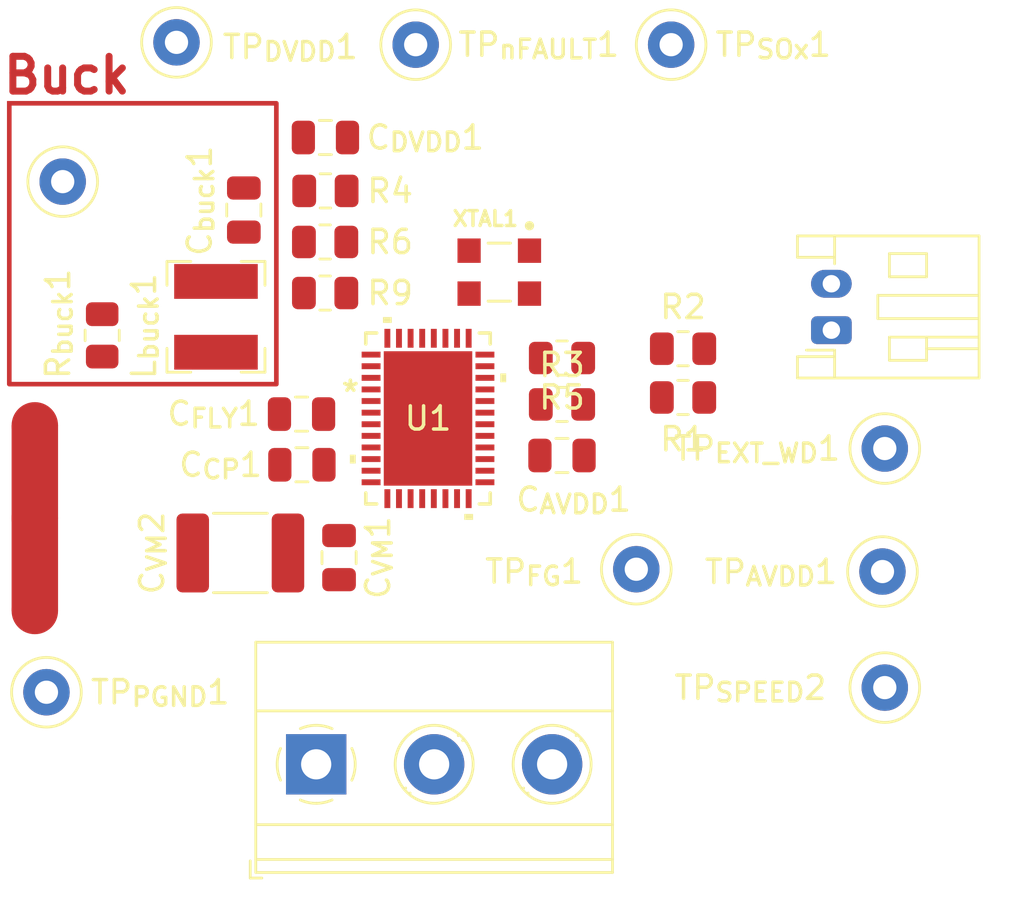
<source format=kicad_pcb>
(kicad_pcb (version 20221018) (generator pcbnew)
  (layers (0 "F.Cu" signal) (31 "B.Cu" signal) (34 "B.Paste" user) (35 "F.Paste" user) (36 "B.SilkS" user "B.Silkscreen") (37 "F.SilkS" user "F.Silkscreen") (38 "B.Mask" user) (39 "F.Mask" user) (44 "Edge.Cuts" user))
  (net 0 "")
  (net 1 "Net-(C_{AVDD}1-Pad1)")
  (net 2 "/AV_{DD}")
  (net 3 "/Buck/FB_{buck}")
  (net 4 "/Buck/GND_{buck}")
  (net 5 "Net-(U1-CP)")
  (net 6 "VCC")
  (net 7 "GNDA")
  (net 8 "Net-(U1-DVDD)")
  (net 9 "Net-(U1-CPL)")
  (net 10 "Net-(U1-CPH)")
  (net 11 "Net-(J1-Pin_1)")
  (net 12 "Net-(J1-Pin_2)")
  (net 13 "Net-(J1-Pin_3)")
  (net 14 "Net-(J2-Pin_1)")
  (net 15 "Net-(J2-Pin_2)")
  (net 16 "/Buck/SW_{buck}")
  (net 17 "Net-(NT1-Pad1)")
  (net 18 "Net-(U1-nFAULT)")
  (net 19 "Net-(U1-SOX)")
  (net 20 "Net-(U1-FG)")
  (net 21 "Net-(R6-Pad1)")
  (net 22 "Net-(U1-BRAKE)")
  (net 23 "Net-(U1-DIR)")
  (net 24 "Net-(U1-EXT_WD)")
  (net 25 "Net-(U1-SPEED{slash}WAKE)")
  (net 26 "Net-(U1-PGND-Pad12)")
  (net 31 "/TCXO/CLKOUT")
  (net 35 "Net-(U1-Thermal_pad)")
  (net 36 "/TCXO/GND")
  (net 37 "Net-(NT1-Pad3)")
  (footprint "Resistor_SMD:R_0805_2012Metric" (layer "F.Cu") (at 148.6 92.4)
    (fp_text reference "R6" (at 2.8 0) (layer "F.SilkS"))
    (fp_text value "10K")
    (fp_line (start -0.227064 -0.735) (end 0.227064 -0.735) (stroke (width 0.12)) (layer "F.SilkS"))
    (fp_line (start -0.227064 0.735) (end 0.227064 0.735) (stroke (width 0.12)) (layer "F.SilkS"))
    (pad "1" smd roundrect (at -0.9125 0) (size 1.025 1.4) (layers "F.Cu" "F.Paste" "F.Mask") (roundrect_rratio 0.243902) (net 21 "Net-(R6-Pad1)"))
    (pad "2" smd roundrect (at 0.9125 0) (size 1.025 1.4) (layers "F.Cu" "F.Paste" "F.Mask") (roundrect_rratio 0.243902) (net 22 "Net-(U1-BRAKE)"))
  )
  (footprint "Capacitor_SMD:C_0805_2012Metric" (layer "F.Cu") (at 147.6 102 180)
    (fp_text reference "C_{CP}1" (at 3.5 0) (layer "F.SilkS"))
    (fp_text value "1uF")
    (fp_line (start -0.261252 -0.735) (end 0.261252 -0.735) (stroke (width 0.12)) (layer "F.SilkS"))
    (fp_line (start -0.261252 0.735) (end 0.261252 0.735) (stroke (width 0.12)) (layer "F.SilkS"))
    (pad "1" smd roundrect (at -0.95 0 180) (size 1 1.45) (layers "F.Cu" "F.Paste" "F.Mask") (net 5 "Net-(U1-CP)"))
    (pad "2" smd roundrect (at 0.95 0 180) (size 1 1.45) (layers "F.Cu" "F.Paste" "F.Mask") (net 6 "VCC"))
  )
  (footprint "TerminalBlock_Phoenix:TerminalBlock_Phoenix_MKDS-1,5-3-5.08_1x03_P5.08mm_Horizontal" (layer "F.Cu") (at 148.215 114.905)
    (fp_text reference "J1" hide)
    (fp_text value "Conn_01x03")
    (fp_line (start -2.84 4.16) (end -2.84 4.9) (stroke (width 0.12)) (layer "F.SilkS"))
    (fp_line (start -2.84 4.9) (end -2.34 4.9) (stroke (width 0.12)) (layer "F.SilkS"))
    (fp_line (start -2.6 -5.261) (end -2.6 4.66) (stroke (width 0.12)) (layer "F.SilkS"))
    (fp_line (start -2.6 -5.261) (end 12.76 -5.261) (stroke (width 0.12)) (layer "F.SilkS"))
    (fp_line (start -2.6 -2.301) (end 12.76 -2.301) (stroke (width 0.12)) (layer "F.SilkS"))
    (fp_line (start -2.6 2.6) (end 12.76 2.6) (stroke (width 0.12)) (layer "F.SilkS"))
    (fp_line (start -2.6 4.1) (end 12.76 4.1) (stroke (width 0.12)) (layer "F.SilkS"))
    (fp_line (start -2.6 4.66) (end 12.76 4.66) (stroke (width 0.12)) (layer "F.SilkS"))
    (fp_line (start 3.853 1.023) (end 3.806 1.069) (stroke (width 0.12)) (layer "F.SilkS"))
    (fp_line (start 4.046 1.239) (end 4.011 1.274) (stroke (width 0.12)) (layer "F.SilkS"))
    (fp_line (start 6.15 -1.275) (end 6.115 -1.239) (stroke (width 0.12)) (layer "F.SilkS"))
    (fp_line (start 6.355 -1.069) (end 6.308 -1.023) (stroke (width 0.12)) (layer "F.SilkS"))
    (fp_line (start 8.933 1.023) (end 8.886 1.069) (stroke (width 0.12)) (layer "F.SilkS"))
    (fp_line (start 9.126 1.239) (end 9.091 1.274) (stroke (width 0.12)) (layer "F.SilkS"))
    (fp_line (start 11.23 -1.275) (end 11.195 -1.239) (stroke (width 0.12)) (layer "F.SilkS"))
    (fp_line (start 11.435 -1.069) (end 11.388 -1.023) (stroke (width 0.12)) (layer "F.SilkS"))
    (fp_line (start 12.76 -5.261) (end 12.76 4.66) (stroke (width 0.12)) (layer "F.SilkS"))
    (fp_arc (start -1.535427 0.683042) (mid -1.680501 -0.000524) (end -1.535 -0.684) (stroke (width 0.12)) (layer "F.SilkS"))
    (fp_arc (start -0.683042 -1.535427) (mid 0.000524 -1.680501) (end 0.684 -1.535) (stroke (width 0.12)) (layer "F.SilkS"))
    (fp_arc (start 0.028805 1.680253) (mid -0.335551 1.646659) (end -0.684 1.535) (stroke (width 0.12)) (layer "F.SilkS"))
    (fp_arc (start 0.683318 1.534756) (mid 0.349292 1.643288) (end 0 1.68) (stroke (width 0.12)) (layer "F.SilkS"))
    (fp_arc (start 1.535427 -0.683042) (mid 1.680501 0.000524) (end 1.535 0.684) (stroke (width 0.12)) (layer "F.SilkS"))
    (fp_circle (center 5.08 0) (end 6.76 0) (stroke (width 0.12)) (fill none) (layer "F.SilkS"))
    (fp_circle (center 10.16 0) (end 11.84 0) (stroke (width 0.12)) (fill none) (layer "F.SilkS"))
    (pad "1" thru_hole rect (at 0 0) (size 2.6 2.6) (drill 1.3) (layers "*.Cu" "*.Mask") (net 11 "Net-(J1-Pin_1)"))
    (pad "2" thru_hole circle (at 5.08 0) (size 2.6 2.6) (drill 1.3) (layers "*.Cu" "*.Mask") (net 12 "Net-(J1-Pin_2)"))
    (pad "3" thru_hole circle (at 10.16 0) (size 2.6 2.6) (drill 1.3) (layers "*.Cu" "*.Mask") (net 13 "Net-(J1-Pin_3)"))
  )
  (footprint "Connector_JST:JST_PH_S2B-PH-K_1x02_P2.00mm_Horizontal" (layer "F.Cu") (at 170.4 96.2 90)
    (fp_text reference "J2" hide)
    (fp_text value "STEMMA QT")
    (fp_line (start -2.06 -1.46) (end -2.06 6.36) (stroke (width 0.12)) (layer "F.SilkS"))
    (fp_line (start -2.06 0.14) (end -1.14 0.14) (stroke (width 0.12)) (layer "F.SilkS"))
    (fp_line (start -2.06 6.36) (end 4.06 6.36) (stroke (width 0.12)) (layer "F.SilkS"))
    (fp_line (start -1.3 2.5) (end -1.3 4.1) (stroke (width 0.12)) (layer "F.SilkS"))
    (fp_line (start -1.3 4.1) (end -0.3 4.1) (stroke (width 0.12)) (layer "F.SilkS"))
    (fp_line (start -1.14 -1.46) (end -2.06 -1.46) (stroke (width 0.12)) (layer "F.SilkS"))
    (fp_line (start -1.14 0.14) (end -1.14 -1.46) (stroke (width 0.12)) (layer "F.SilkS"))
    (fp_line (start -0.86 0.14) (end -1.14 0.14) (stroke (width 0.12)) (layer "F.SilkS"))
    (fp_line (start -0.86 0.14) (end -0.86 -1.075) (stroke (width 0.12)) (layer "F.SilkS"))
    (fp_line (start -0.8 4.1) (end -0.8 6.36) (stroke (width 0.12)) (layer "F.SilkS"))
    (fp_line (start -0.3 2.5) (end -1.3 2.5) (stroke (width 0.12)) (layer "F.SilkS"))
    (fp_line (start -0.3 4.1) (end -0.3 2.5) (stroke (width 0.12)) (layer "F.SilkS"))
    (fp_line (start -0.3 4.1) (end -0.3 6.36) (stroke (width 0.12)) (layer "F.SilkS"))
    (fp_line (start 0.5 2) (end 1.5 2) (stroke (width 0.12)) (layer "F.SilkS"))
    (fp_line (start 0.5 6.36) (end 0.5 2) (stroke (width 0.12)) (layer "F.SilkS"))
    (fp_line (start 1.5 2) (end 1.5 6.36) (stroke (width 0.12)) (layer "F.SilkS"))
    (fp_line (start 2.3 2.5) (end 3.3 2.5) (stroke (width 0.12)) (layer "F.SilkS"))
    (fp_line (start 2.3 4.1) (end 2.3 2.5) (stroke (width 0.12)) (layer "F.SilkS"))
    (fp_line (start 3.14 -1.46) (end 3.14 0.14) (stroke (width 0.12)) (layer "F.SilkS"))
    (fp_line (start 3.14 0.14) (end 2.86 0.14) (stroke (width 0.12)) (layer "F.SilkS"))
    (fp_line (start 3.3 2.5) (end 3.3 4.1) (stroke (width 0.12)) (layer "F.SilkS"))
    (fp_line (start 3.3 4.1) (end 2.3 4.1) (stroke (width 0.12)) (layer "F.SilkS"))
    (fp_line (start 4.06 -1.46) (end 3.14 -1.46) (stroke (width 0.12)) (layer "F.SilkS"))
    (fp_line (start 4.06 0.14) (end 3.14 0.14) (stroke (width 0.12)) (layer "F.SilkS"))
    (fp_line (start 4.06 6.36) (end 4.06 -1.46) (stroke (width 0.12)) (layer "F.SilkS"))
    (pad "1" thru_hole roundrect (at 0 0 90) (size 1.2 1.75) (drill 0.75) (layers "*.Cu" "*.Mask") (roundrect_rratio 0.208333) (net 14 "Net-(J2-Pin_1)"))
    (pad "2" thru_hole oval (at 2 0 90) (size 1.2 1.75) (drill 0.75) (layers "*.Cu" "*.Mask") (net 15 "Net-(J2-Pin_2)"))
  )
  (footprint "Resistor_SMD:R_0805_2012Metric" (layer "F.Cu") (at 139 96.425 90)
    (fp_text reference "R_{buck}1" (at 0.5 -1.9 90) (layer "F.SilkS"))
    (fp_text value "22R")
    (fp_line (start -0.227064 -0.735) (end 0.227064 -0.735) (stroke (width 0.12)) (layer "F.SilkS"))
    (fp_line (start -0.227064 0.735) (end 0.227064 0.735) (stroke (width 0.12)) (layer "F.SilkS"))
    (pad "1" smd roundrect (at -0.9125 0 90) (size 1.025 1.4) (layers "F.Cu" "F.Paste" "F.Mask") (roundrect_rratio 0.243902) (net 16 "/Buck/SW_{buck}"))
    (pad "2" smd roundrect (at 0.9125 0 90) (size 1.025 1.4) (layers "F.Cu" "F.Paste" "F.Mask") (roundrect_rratio 0.243902) (net 3 "/Buck/FB_{buck}"))
  )
  (footprint "Capacitor_SMD:C_0805_2012Metric" (layer "F.Cu") (at 158.8 101.6 180)
    (fp_text reference "C_{AVDD}1" (at -0.5 -1.9) (layer "F.SilkS"))
    (fp_text value "1uF")
    (fp_line (start -0.261252 -0.735) (end 0.261252 -0.735) (stroke (width 0.12)) (layer "F.SilkS"))
    (fp_line (start -0.261252 0.735) (end 0.261252 0.735) (stroke (width 0.12)) (layer "F.SilkS"))
    (pad "1" smd roundrect (at -0.95 0 180) (size 1 1.45) (layers "F.Cu" "F.Paste" "F.Mask") (net 1 "Net-(C_{AVDD}1-Pad1)"))
    (pad "2" smd roundrect (at 0.95 0 180) (size 1 1.45) (layers "F.Cu" "F.Paste" "F.Mask") (net 2 "/AV_{DD}"))
  )
  (footprint "Capacitor_SMD:C_0805_2012Metric" (layer "F.Cu") (at 149.2 106 -90)
    (fp_text reference "C_{VM}1" (at 0 -1.68 90) (layer "F.SilkS"))
    (fp_text value "100nF")
    (fp_line (start -0.261252 -0.735) (end 0.261252 -0.735) (stroke (width 0.12)) (layer "F.SilkS"))
    (fp_line (start -0.261252 0.735) (end 0.261252 0.735) (stroke (width 0.12)) (layer "F.SilkS"))
    (pad "1" smd roundrect (at -0.95 0 270) (size 1 1.45) (layers "F.Cu" "F.Paste" "F.Mask") (net 6 "VCC"))
    (pad "2" smd roundrect (at 0.95 0 270) (size 1 1.45) (layers "F.Cu" "F.Paste" "F.Mask") (net 7 "GNDA"))
  )
  (footprint "TestPoint:TestPoint_Loop_D1.80mm_Drill1.0mm_Beaded" (layer "F.Cu") (at 172.6 106.6)
    (fp_text reference "TP_{AVDD}1" (at -4.8 0.0125) (layer "F.SilkS"))
    (fp_text value "5000" hide)
    (fp_circle (center 0 0) (end 1.5 0) (stroke (width 0.12)) (fill none) (layer "F.SilkS"))
    (pad "1" thru_hole circle (at 0 0) (size 2 2) (drill 1) (layers "*.Cu" "*.Mask") (net 2 "/AV_{DD}"))
  )
  (footprint "Resistor_SMD:R_0805_2012Metric" (layer "F.Cu") (at 148.6125 90.2)
    (fp_text reference "R4" (at 2.7875 0) (layer "F.SilkS"))
    (fp_text value "5R1")
    (fp_line (start -0.227064 -0.735) (end 0.227064 -0.735) (stroke (width 0.12)) (layer "F.SilkS"))
    (fp_line (start -0.227064 0.735) (end 0.227064 0.735) (stroke (width 0.12)) (layer "F.SilkS"))
    (pad "1" smd roundrect (at -0.9125 0) (size 1.025 1.4) (layers "F.Cu" "F.Paste" "F.Mask") (roundrect_rratio 0.243902) (net 2 "/AV_{DD}"))
    (pad "2" smd roundrect (at 0.9125 0) (size 1.025 1.4) (layers "F.Cu" "F.Paste" "F.Mask") (roundrect_rratio 0.243902) (net 19 "Net-(U1-SOX)"))
  )
  (footprint "Resistor_SMD:R_0805_2012Metric" (layer "F.Cu") (at 164.0125 99.1)
    (fp_text reference "R1" (at 0 1.8) (layer "F.SilkS"))
    (fp_text value "5R1")
    (fp_line (start -0.227064 -0.735) (end 0.227064 -0.735) (stroke (width 0.12)) (layer "F.SilkS"))
    (fp_line (start -0.227064 0.735) (end 0.227064 0.735) (stroke (width 0.12)) (layer "F.SilkS"))
    (pad "1" smd roundrect (at -0.9125 0) (size 1.025 1.4) (layers "F.Cu" "F.Paste" "F.Mask") (roundrect_rratio 0.243902) (net 2 "/AV_{DD}"))
    (pad "2" smd roundrect (at 0.9125 0) (size 1.025 1.4) (layers "F.Cu" "F.Paste" "F.Mask") (roundrect_rratio 0.243902) (net 14 "Net-(J2-Pin_1)"))
  )
  (footprint "Resistor_SMD:R_0805_2012Metric" (layer "F.Cu") (at 158.8 99.4 180)
    (fp_text reference "R3" (at 0 1.7) (layer "F.SilkS"))
    (fp_text value "5R1")
    (fp_line (start -0.227064 -0.735) (end 0.227064 -0.735) (stroke (width 0.12)) (layer "F.SilkS"))
    (fp_line (start -0.227064 0.735) (end 0.227064 0.735) (stroke (width 0.12)) (layer "F.SilkS"))
    (pad "1" smd roundrect (at -0.9125 0 180) (size 1.025 1.4) (layers "F.Cu" "F.Paste" "F.Mask") (roundrect_rratio 0.243902) (net 2 "/AV_{DD}"))
    (pad "2" smd roundrect (at 0.9125 0 180) (size 1.025 1.4) (layers "F.Cu" "F.Paste" "F.Mask") (roundrect_rratio 0.243902) (net 18 "Net-(U1-nFAULT)"))
  )
  (footprint "TestPoint:TestPoint_Loop_D1.80mm_Drill1.0mm_Beaded" (layer "F.Cu") (at 136.6 111.8)
    (fp_text reference "TP_{PGND}1" (at 4.9 0) (layer "F.SilkS"))
    (fp_text value "5000" hide)
    (fp_circle (center 0 0) (end 1.5 0) (stroke (width 0.12)) (fill none) (layer "F.SilkS"))
    (pad "1" thru_hole circle (at 0 0) (size 2 2) (drill 1) (layers "*.Cu" "*.Mask") (net 17 "Net-(NT1-Pad1)"))
  )
  (footprint "NetTie:NetTie-3_SMD_Pad2.0mm" (layer "F.Cu") (at 136.1 104.3 90)
    (fp_text reference "NT1" hide)
    (fp_text value "NetTie_3" hide)
    (fp_poly (pts (xy -4 -1) (xy 4 -1) (xy 4 1) (xy -4 1)) (fill solid) (layer "F.Cu"))
    (pad "1" smd circle (at -4 0 90) (size 2 2) (layers "F.Cu") (net 17 "Net-(NT1-Pad1)"))
    (pad "2" smd circle (at 0 0 90) (size 2 2) (layers "F.Cu") (net 7 "GNDA"))
    (pad "3" smd circle (at 4 0 90) (size 2 2) (layers "F.Cu") (net 37 "Net-(NT1-Pad3)"))
  )
  (footprint "TestPoint:TestPoint_Loop_D1.80mm_Drill1.0mm_Beaded" (layer "F.Cu") (at 137.3 89.8 -90)
    (fp_text reference "TP_{BUCK}1" hide)
    (fp_text value "TestPoint" hide)
    (fp_circle (center 0 0) (end 1.5 0) (stroke (width 0.12)) (fill none) (layer "F.SilkS"))
    (pad "1" thru_hole circle (at 0 0 270) (size 2 2) (drill 1) (layers "*.Cu" "*.Mask") (net 3 "/Buck/FB_{buck}"))
  )
  (footprint "Capacitor_SMD:C_0805_2012Metric" (layer "F.Cu") (at 147.584184 99.816743)
    (fp_text reference "C_{FLY}1" (at -3.784184 -0.016743) (layer "F.SilkS"))
    (fp_text value "47nF")
    (fp_line (start -0.261252 -0.735) (end 0.261252 -0.735) (stroke (width 0.12)) (layer "F.SilkS"))
    (fp_line (start -0.261252 0.735) (end 0.261252 0.735) (stroke (width 0.12)) (layer "F.SilkS"))
    (pad "1" smd roundrect (at -0.95 0) (size 1 1.45) (layers "F.Cu" "F.Paste" "F.Mask") (net 9 "Net-(U1-CPL)"))
    (pad "2" smd roundrect (at 0.95 0) (size 1 1.45) (layers "F.Cu" "F.Paste" "F.Mask") (net 10 "Net-(U1-CPH)"))
  )
  (footprint "TestPoint:TestPoint_Loop_D1.80mm_Drill1.0mm_Beaded" (layer "F.Cu") (at 162 106.5)
    (fp_text reference "TP_{FG}1" (at -4.4 0.1) (layer "F.SilkS"))
    (fp_text value "5000" hide)
    (fp_circle (center 0 0) (end 1.5 0) (stroke (width 0.12)) (fill none) (layer "F.SilkS"))
    (pad "1" thru_hole circle (at 0 0) (size 2 2) (drill 1) (layers "*.Cu" "*.Mask") (net 20 "Net-(U1-FG)"))
  )
  (footprint "Capacitor_SMD:C_0805_2012Metric" (layer "F.Cu") (at 145.1 91.025 90)
    (fp_text reference "C_{buck}1" (at 0.4 -1.9 90) (layer "F.SilkS"))
    (fp_text value "10V 22uF")
    (fp_line (start -0.261252 -0.735) (end 0.261252 -0.735) (stroke (width 0.12)) (layer "F.SilkS"))
    (fp_line (start -0.261252 0.735) (end 0.261252 0.735) (stroke (width 0.12)) (layer "F.SilkS"))
    (pad "1" smd roundrect (at -0.95 0 90) (size 1 1.45) (layers "F.Cu" "F.Paste" "F.Mask") (net 3 "/Buck/FB_{buck}"))
    (pad "2" smd roundrect (at 0.95 0 90) (size 1 1.45) (layers "F.Cu" "F.Paste" "F.Mask") (net 4 "/Buck/GND_{buck}"))
  )
  (footprint "TestPoint:TestPoint_Loop_D1.80mm_Drill1.0mm_Beaded" (layer "F.Cu") (at 172.7 101.3)
    (fp_text reference "TP_{EXT_WD}1" (at -5.5 0) (layer "F.SilkS"))
    (fp_text value "5000" hide)
    (fp_circle (center 0 0) (end 1.5 0) (stroke (width 0.12)) (fill none) (layer "F.SilkS"))
    (pad "1" thru_hole circle (at 0 0) (size 2 2) (drill 1) (layers "*.Cu" "*.Mask") (net 24 "Net-(U1-EXT_WD)"))
  )
  (footprint "TestPoint:TestPoint_Loop_D1.80mm_Drill1.0mm_Beaded" (layer "F.Cu") (at 142.2 83.8)
    (fp_text reference "TP_{DVDD}1" (at 4.9 0.2) (layer "F.SilkS"))
    (fp_text value "5000" hide)
    (fp_circle (center 0 0) (end 1.5 0) (stroke (width 0.12)) (fill none) (layer "F.SilkS"))
    (pad "1" thru_hole circle (at 0 0) (size 2 2) (drill 1) (layers "*.Cu" "*.Mask") (net 8 "Net-(U1-DVDD)"))
  )
  (footprint "Capacitor_SMD:C_0805_2012Metric" (layer "F.Cu") (at 148.6125 87.9 180)
    (fp_text reference "C_{DVDD}1" (at -4.3 0) (layer "F.SilkS"))
    (fp_text value "1uF")
    (fp_line (start -0.261252 -0.735) (end 0.261252 -0.735) (stroke (width 0.12)) (layer "F.SilkS"))
    (fp_line (start -0.261252 0.735) (end 0.261252 0.735) (stroke (width 0.12)) (layer "F.SilkS"))
    (pad "1" smd roundrect (at -0.95 0 180) (size 1 1.45) (layers "F.Cu" "F.Paste" "F.Mask") (net 7 "GNDA"))
    (pad "2" smd roundrect (at 0.95 0 180) (size 1 1.45) (layers "F.Cu" "F.Paste" "F.Mask") (net 8 "Net-(U1-DVDD)"))
  )
  (footprint "Resistor_SMD:R_0805_2012Metric" (layer "F.Cu") (at 158.8 97.4 180)
    (fp_text reference "R5" (at 0 -1.7) (layer "F.SilkS"))
    (fp_text value "5R1")
    (fp_line (start -0.227064 -0.735) (end 0.227064 -0.735) (stroke (width 0.12)) (layer "F.SilkS"))
    (fp_line (start -0.227064 0.735) (end 0.227064 0.735) (stroke (width 0.12)) (layer "F.SilkS"))
    (pad "1" smd roundrect (at -0.9125 0 180) (size 1.025 1.4) (layers "F.Cu" "F.Paste" "F.Mask") (roundrect_rratio 0.243902) (net 2 "/AV_{DD}"))
    (pad "2" smd roundrect (at 0.9125 0 180) (size 1.025 1.4) (layers "F.Cu" "F.Paste" "F.Mask") (roundrect_rratio 0.243902) (net 20 "Net-(U1-FG)"))
  )
  (footprint "TestPoint:TestPoint_Loop_D1.80mm_Drill1.0mm_Beaded" (layer "F.Cu") (at 152.5 83.9)
    (fp_text reference "TP_{nFAULT}1" (at 5.3 0) (layer "F.SilkS"))
    (fp_text value "5000" hide)
    (fp_circle (center 0 0) (end 1.5 0) (stroke (width 0.12)) (fill none) (layer "F.SilkS"))
    (pad "1" thru_hole circle (at 0 0) (size 2 2) (drill 1) (layers "*.Cu" "*.Mask") (net 18 "Net-(U1-nFAULT)"))
  )
  (footprint "Inductor_SMD:L_Bourns-SRN4018" (layer "F.Cu") (at 143.9 95.625 90)
    (fp_text reference "L_{buck}1" (at -0.4 -3.1 90) (layer "F.SilkS"))
    (fp_text value "47uH" hide)
    (fp_line (start -2.385 -2.11) (end -2.385 -1.085) (stroke (width 0.12)) (layer "F.SilkS"))
    (fp_line (start -2.385 -2.11) (end -1.36 -2.11) (stroke (width 0.12)) (layer "F.SilkS"))
    (fp_line (start -2.385 2.11) (end -2.385 1.085) (stroke (width 0.12)) (layer "F.SilkS"))
    (fp_line (start -2.385 2.11) (end -1.36 2.11) (stroke (width 0.12)) (layer "F.SilkS"))
    (fp_line (start 2.385 -2.11) (end 1.36 -2.11) (stroke (width 0.12)) (layer "F.SilkS"))
    (fp_line (start 2.385 -2.11) (end 2.385 -1.085) (stroke (width 0.12)) (layer "F.SilkS"))
    (fp_line (start 2.385 2.11) (end 1.36 2.11) (stroke (width 0.12)) (layer "F.SilkS"))
    (fp_line (start 2.385 2.11) (end 2.385 1.085) (stroke (width 0.12)) (layer "F.SilkS"))
    (pad "1" smd rect (at -1.525 0 90) (size 1.5 3.6) (layers "F.Cu" "F.Paste" "F.Mask") (net 16 "/Buck/SW_{buck}"))
    (pad "2" smd rect (at 1.525 0 90) (size 1.5 3.6) (layers "F.Cu" "F.Paste" "F.Mask") (net 3 "/Buck/FB_{buck}"))
  )
  (footprint "TestPoint:TestPoint_Loop_D1.80mm_Drill1.0mm_Beaded" (layer "F.Cu") (at 163.5 83.9)
    (fp_text reference "TP_{SOx}1" (at 4.4 0) (layer "F.SilkS"))
    (fp_text value "5000" hide)
    (fp_circle (center 0 0) (end 1.5 0) (stroke (width 0.12)) (fill none) (layer "F.SilkS"))
    (pad "1" thru_hole circle (at 0 0) (size 2 2) (drill 1) (layers "*.Cu" "*.Mask") (net 19 "Net-(U1-SOX)"))
  )
  (footprint "Resistor_SMD:R_0805_2012Metric" (layer "F.Cu") (at 148.6 94.6 180)
    (fp_text reference "R9" (at -2.8 0) (layer "F.SilkS"))
    (fp_text value "10K")
    (fp_line (start -0.227064 -0.735) (end 0.227064 -0.735) (stroke (width 0.12)) (layer "F.SilkS"))
    (fp_line (start -0.227064 0.735) (end 0.227064 0.735) (stroke (width 0.12)) (layer "F.SilkS"))
    (pad "1" smd roundrect (at -0.9125 0 180) (size 1.025 1.4) (layers "F.Cu" "F.Paste" "F.Mask") (roundrect_rratio 0.243902) (net 2 "/AV_{DD}"))
    (pad "2" smd roundrect (at 0.9125 0 180) (size 1.025 1.4) (layers "F.Cu" "F.Paste" "F.Mask") (roundrect_rratio 0.243902) (net 23 "Net-(U1-DIR)"))
  )
  (footprint "Capacitor_SMD:C_1812_4532Metric" (layer "F.Cu") (at 144.95 105.8 180)
    (fp_text reference "C_{VM}2" (at 3.8 0 90) (layer "F.SilkS"))
    (fp_text value "100uF")
    (fp_line (start -1.161252 -1.71) (end 1.161252 -1.71) (stroke (width 0.12)) (layer "F.SilkS"))
    (fp_line (start -1.161252 1.71) (end 1.161252 1.71) (stroke (width 0.12)) (layer "F.SilkS"))
    (pad "1" smd roundrect (at -2.05 0 180) (size 1.4 3.4) (layers "F.Cu" "F.Paste" "F.Mask") (roundrect_rratio 0.178571) (net 6 "VCC"))
    (pad "2" smd roundrect (at 2.05 0 180) (size 1.4 3.4) (layers "F.Cu" "F.Paste" "F.Mask") (roundrect_rratio 0.178571) (net 7 "GNDA"))
  )
  (footprint "Resistor_SMD:R_0805_2012Metric" (layer "F.Cu") (at 164.0125 97)
    (fp_text reference "R2" (at 0 -1.8) (layer "F.SilkS"))
    (fp_text value "5R1")
    (fp_line (start -0.227064 -0.735) (end 0.227064 -0.735) (stroke (width 0.12)) (layer "F.SilkS"))
    (fp_line (start -0.227064 0.735) (end 0.227064 0.735) (stroke (width 0.12)) (layer "F.SilkS"))
    (pad "1" smd roundrect (at -0.9125 0) (size 1.025 1.4) (layers "F.Cu" "F.Paste" "F.Mask") (roundrect_rratio 0.243902) (net 2 "/AV_{DD}"))
    (pad "2" smd roundrect (at 0.9125 0) (size 1.025 1.4) (layers "F.Cu" "F.Paste" "F.Mask") (roundrect_rratio 0.243902) (net 15 "Net-(J2-Pin_2)"))
  )
  (footprint "TestPoint:TestPoint_Loop_D1.80mm_Drill1.0mm_Beaded" (layer "F.Cu") (at 172.7 111.6)
    (fp_text reference "TP_{SPEED}2" (at -5.785 0.005) (layer "F.SilkS"))
    (fp_text value "5000" hide)
    (fp_circle (center 0 0) (end 1.5 0) (stroke (width 0.12)) (fill none) (layer "F.SilkS"))
    (pad "1" thru_hole circle (at 0 0) (size 2 2) (drill 1) (layers "*.Cu" "*.Mask") (net 25 "Net-(U1-SPEED{slash}WAKE)"))
  )
  (footprint "Motor controller:QFN_A1VRGFR_TEX" (layer "F.Cu") (at 153.0305 100.0038)
    (fp_text reference "U1" (at 0 0 unlocked) (layer "F.SilkS"))
    (fp_text value "PMCF8316A1VRGFR" hide)
    (fp_text user "*" (at -3.3425 -1.100756 unlocked) (layer "F.SilkS"))
    (fp_text user "*" (at -3.3425 -1.100756) (layer "F.SilkS"))
    (fp_line (start -2.6797 -3.683) (end -2.6797 -3.210433) (stroke (width 0.1524)) (layer "F.SilkS"))
    (fp_line (start -2.6797 3.210433) (end -2.6797 3.683) (stroke (width 0.1524)) (layer "F.SilkS"))
    (fp_line (start -2.6797 3.683) (end -2.210181 3.683) (stroke (width 0.1524)) (layer "F.SilkS"))
    (fp_line (start -2.210181 -3.683) (end -2.6797 -3.683) (stroke (width 0.1524)) (layer "F.SilkS"))
    (fp_line (start 2.210181 3.683) (end 2.6797 3.683) (stroke (width 0.1524)) (layer "F.SilkS"))
    (fp_line (start 2.6797 -3.683) (end 2.210181 -3.683) (stroke (width 0.1524)) (layer "F.SilkS"))
    (fp_line (start 2.6797 -3.210433) (end 2.6797 -3.683) (stroke (width 0.1524)) (layer "F.SilkS"))
    (fp_line (start 2.6797 3.683) (end 2.6797 3.210433) (stroke (width 0.1524)) (layer "F.SilkS"))
    (fp_poly (pts (xy -3.3655 1.559941) (xy -3.3655 1.940941) (xy -3.1115 1.940941) (xy -3.1115 1.559941)) (fill solid) (layer "F.SilkS"))
    (fp_poly (pts (xy -1.940941 -4.1148) (xy -1.940941 -4.3688) (xy -1.559941 -4.3688) (xy -1.559941 -4.1148)) (fill solid) (layer "F.SilkS"))
    (fp_poly (pts (xy 1.559941 4.1148) (xy 1.559941 4.3688) (xy 1.940941 4.3688) (xy 1.940941 4.1148)) (fill solid) (layer "F.SilkS"))
    (fp_poly (pts (xy 3.3655 -1.940941) (xy 3.3655 -1.559941) (xy 3.1115 -1.559941) (xy 3.1115 -1.940941)) (fill solid) (layer "F.SilkS"))
    (pad "1" smd rect (at -2.4511 -2.750693 90) (size 0.254 0.8128) (layers "F.Cu" "F.Paste" "F.Mask") (net 8 "Net-(U1-DVDD)"))
    (pad "2" smd rect (at -2.4511 -2.250567 90) (size 0.254 0.8128) (layers "F.Cu" "F.Paste" "F.Mask"))
    (pad "3" smd rect (at -2.4511 -1.750441 90) (size 0.254 0.8128) (layers "F.Cu" "F.Paste" "F.Mask") (net 3 "/Buck/FB_{buck}"))
    (pad "4" smd rect (at -2.4511 -1.250315 90) (size 0.254 0.8128) (layers "F.Cu" "F.Paste" "F.Mask") (net 4 "/Buck/GND_{buck}"))
    (pad "5" smd rect (at -2.4511 -0.750189 90) (size 0.254 0.8128) (layers "F.Cu" "F.Paste" "F.Mask") (net 16 "/Buck/SW_{buck}"))
    (pad "6" smd rect (at -2.4511 -0.250063 90) (size 0.254 0.8128) (layers "F.Cu" "F.Paste" "F.Mask") (net 9 "Net-(U1-CPL)"))
    (pad "7" smd rect (at -2.4511 0.250063 90) (size 0.254 0.8128) (layers "F.Cu" "F.Paste" "F.Mask") (net 10 "Net-(U1-CPH)"))
    (pad "8" smd rect (at -2.4511 0.750189 90) (size 0.254 0.8128) (layers "F.Cu" "F.Paste" "F.Mask") (net 5 "Net-(U1-CP)"))
    (pad "9" smd rect (at -2.4511 1.250315 90) (size 0.254 0.8128) (layers "F.Cu" "F.Paste" "F.Mask") (net 6 "VCC"))
    (pad "10" smd rect (at -2.4511 1.750441 90) (size 0.254 0.8128) (layers "F.Cu" "F.Paste" "F.Mask") (net 6 "VCC"))
    (pad "11" smd rect (at -2.4511 2.250567 90) (size 0.254 0.8128) (layers "F.Cu" "F.Paste" "F.Mask") (net 6 "VCC"))
    (pad "12" smd rect (at -2.4511 2.750693 90) (size 0.254 0.8128) (layers "F.Cu" "F.Paste" "F.Mask") (net 26 "Net-(U1-PGND-Pad12)"))
    (pad "13" smd rect (at -1.750441 3.4544) (size 0.254 0.8128) (layers "F.Cu" "F.Paste" "F.Mask") (net 11 "Net-(J1-Pin_1)"))
    (pad "14" smd rect (at -1.250315 3.4544) (size 0.254 0.8128) (layers "F.Cu" "F.Paste" "F.Mask") (net 11 "Net-(J1-Pin_1)"))
    (pad "15" smd rect (at -0.750189 3.4544) (size 0.254 0.8128) (layers "F.Cu" "F.Paste" "F.Mask") (net 26 "Net-(U1-PGND-Pad12)"))
    (pad "16" smd rect (at -0.250063 3.4544) (size 0.254 0.8128) (layers "F.Cu" "F.Paste" "F.Mask") (net 12 "Net-(J1-Pin_2)"))
    (pad "17" smd rect (at 0.250063 3.4544) (size 0.254 0.8128) (layers "F.Cu" "F.Paste" "F.Mask") (net 12 "Net-(J1-Pin_2)"))
    (pad "18" smd rect (at 0.750189 3.4544) (size 0.254 0.8128) (layers "F.Cu" "F.Paste" "F.Mask"))
    (pad "19" smd rect (at 1.250315 3.4544) (size 0.254 0.8128) (layers "F.Cu" "F.Paste" "F.Mask") (net 13 "Net-(J1-Pin_3)"))
    (pad "20" smd rect (at 1.750441 3.4544) (size 0.254 0.8128) (layers "F.Cu" "F.Paste" "F.Mask") (net 13 "Net-(J1-Pin_3)"))
    (pad "21" smd rect (at 2.4511 2.750693 90) (size 0.254 0.8128) (layers "F.Cu" "F.Paste" "F.Mask"))
    (pad "22" smd rect (at 2.4511 2.250567 90) (size 0.254 0.8128) (layers "F.Cu" "F.Paste" "F.Mask"))
    (pad "23" smd rect (at 2.4511 1.750441 90) (size 0.254 0.8128) (layers "F.Cu" "F.Paste" "F.Mask"))
    (pad "24" smd rect (at 2.4511 1.250315 90) (size 0.254 0.8128) (layers "F.Cu" "F.Paste" "F.Mask"))
    (pad "25" smd rect (at 2.4511 0.750189 90) (size 0.254 0.8128) (layers "F.Cu" "F.Paste" "F.Mask"))
    (pad "26" smd rect (at 2.4511 0.250063 90) (size 0.254 0.8128) (layers "F.Cu" "F.Paste" "F.Mask"))
    (pad "27" smd rect (at 2.4511 -0.250063 90) (size 0.254 0.8128) (layers "F.Cu" "F.Paste" "F.Mask") (net 2 "/AV_{DD}"))
    (pad "28" smd rect (at 2.4511 -0.750189 90) (size 0.254 0.8128) (layers "F.Cu" "F.Paste" "F.Mask") (net 25 "Net-(U1-SPEED{slash}WAKE)"))
    (pad "29" smd rect (at 2.4511 -1.250315 90) (size 0.254 0.8128) (layers "F.Cu" "F.Paste" "F.Mask") (net 20 "Net-(U1-FG)"))
    (pad "30" smd rect (at 2.4511 -1.750441 90) (size 0.254 0.8128) (layers "F.Cu" "F.Paste" "F.Mask") (net 15 "Net-(J2-Pin_2)"))
    (pad "31" smd rect (at 2.4511 -2.250567 90) (size 0.254 0.8128) (layers "F.Cu" "F.Paste" "F.Mask") (net 14 "Net-(J2-Pin_1)"))
    (pad "32" smd rect (at 2.4511 -2.750693 90) (size 0.254 0.8128) (layers "F.Cu" "F.Paste" "F.Mask") (net 24 "Net-(U1-EXT_WD)"))
    (pad "33" smd rect (at 1.750441 -3.4544) (size 0.254 0.8128) (layers "F.Cu" "F.Paste" "F.Mask") (net 31 "/TCXO/CLKOUT"))
    (pad "34" smd rect (at 1.250315 -3.4544) (size 0.254 0.8128) (layers "F.Cu" "F.Paste" "F.Mask") (net 23 "Net-(U1-DIR)"))
    (pad "35" smd rect (at 0.750189 -3.4544) (size 0.254 0.8128) (layers "F.Cu" "F.Paste" "F.Mask") (net 22 "Net-(U1-BRAKE)"))
    (pad "36" smd rect (at 0.250063 -3.4544) (size 0.254 0.8128) (layers "F.Cu" "F.Paste" "F.Mask"))
    (pad "37" smd rect (at -0.250063 -3.4544) (size 0.254 0.8128) (layers "F.Cu" "F.Paste" "F.Mask"))
    (pad "38" smd rect (at -0.750189 -3.4544) (size 0.254 0.8128) (layers "F.Cu" "F.Paste" "F.Mask") (net 19 "Net-(U1-SOX)"))
    (pad "39" smd rect (at -1.250315 -3.4544) (size 0.254 0.8128) (layers "F.Cu" "F.Paste" "F.Mask"))
    (pad "40" smd rect (at -1.750441 -3.4544) (size 0.254 0.8128) (layers "F.Cu" "F.Paste" "F.Mask") (net 18 "Net-(U1-nFAULT)"))
    (pad "41" smd rect (at 0 0) (size 3.81 5.7912) (layers "F.Cu" "F.Mask") (net 35 "Net-(U1-Thermal_pad)"))
  )
  (footprint "ECS-327TXO-30-TR:OSC_ECS-327TXO-30-TR" (layer "F.Cu") (at 156.1 93.7 -90)
    (fp_text reference "XTAL1" (at -2.3 0.6) (layer "F.SilkS") (effects (font (size 0.64 0.64))))
    (fp_text value "ECS-327TXO-30-TR" hide)
    (fp_line (start -1.25 0.48) (end -1.25 -0.48) (stroke (width 0.127)) (layer "F.SilkS"))
    (fp_line (start 1.25 -0.48) (end 1.25 0.48) (stroke (width 0.127)) (layer "F.SilkS"))
    (fp_circle (center -2 -1.3) (end -1.9 -1.3) (stroke (width 0.2)) (fill none) (layer "F.SilkS"))
    (pad "1" smd rect (at -0.925 -1.3 270) (size 1.05 1) (layers "F.Cu" "F.Paste" "F.Mask") (net 2 "/AV_{DD}"))
    (pad "2" smd rect (at -0.925 1.3 270) (size 1.05 1) (layers "F.Cu" "F.Paste" "F.Mask") (net 36 "/TCXO/GND"))
    (pad "3" smd rect (at 0.925 1.3 270) (size 1.05 1) (layers "F.Cu" "F.Paste" "F.Mask") (net 31 "/TCXO/CLKOUT"))
    (pad "4" smd rect (at 0.925 -1.3 270) (size 1.05 1) (layers "F.Cu" "F.Paste" "F.Mask") (net 2 "/AV_{DD}"))
  )
  (gr_rect (start 135 86.425) (end 146.5 98.525) (stroke (width 0.2)) (fill none) (layer "F.Cu"))
  (gr_text "Buck" (at 134.6 86.1) (layer "F.Cu") (effects (font (size 1.5 1.5) (thickness 0.3) bold) (justify left bottom)))
)
</source>
